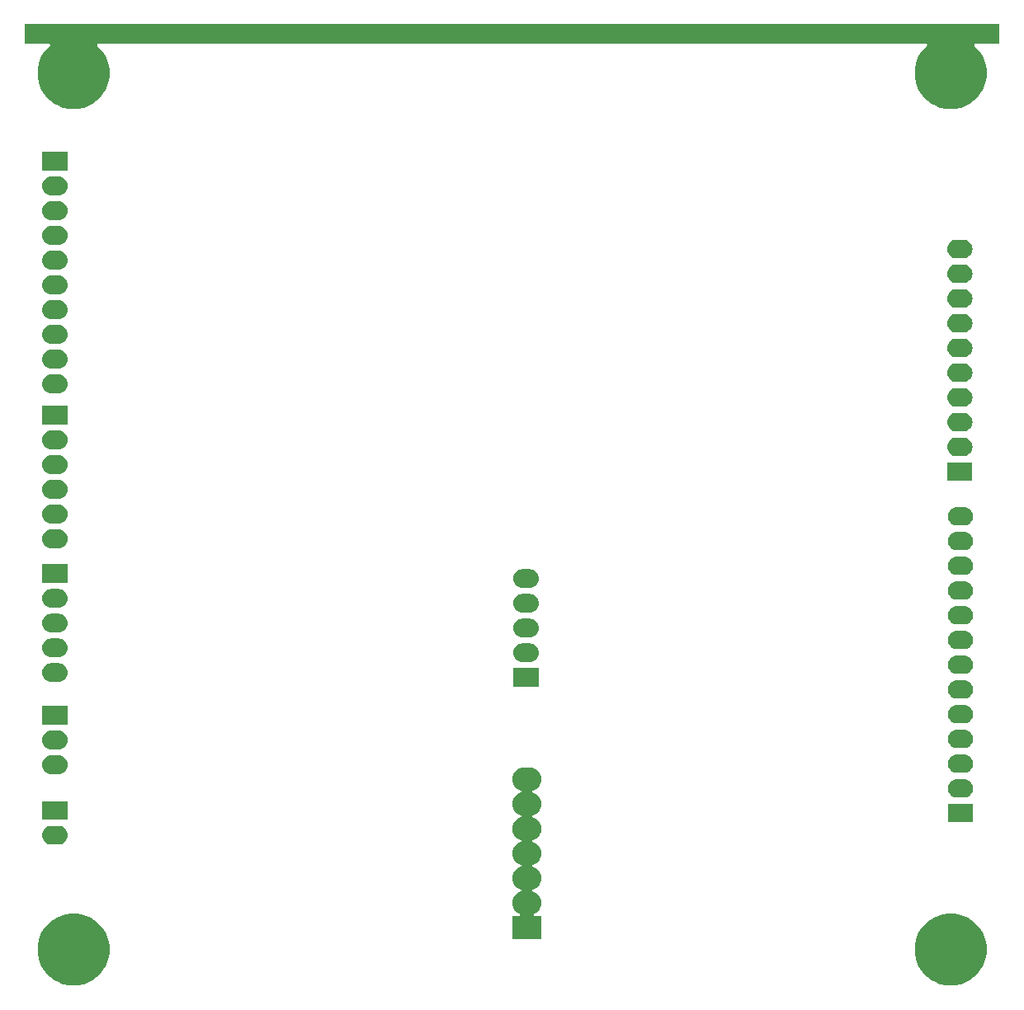
<source format=gbs>
%TF.GenerationSoftware,KiCad,Pcbnew,(5.1.5)-3*%
%TF.CreationDate,2020-07-23T08:34:40+02:00*%
%TF.ProjectId,Alexandrie,416c6578-616e-4647-9269-652e6b696361,rev?*%
%TF.SameCoordinates,Original*%
%TF.FileFunction,Soldermask,Bot*%
%TF.FilePolarity,Negative*%
%FSLAX46Y46*%
G04 Gerber Fmt 4.6, Leading zero omitted, Abs format (unit mm)*
G04 Created by KiCad (PCBNEW (5.1.5)-3) date 2020-07-23 08:34:40*
%MOMM*%
%LPD*%
G04 APERTURE LIST*
%ADD10C,0.100000*%
G04 APERTURE END LIST*
D10*
G36*
X185079249Y-134442188D02*
G01*
X185752606Y-134721101D01*
X185752607Y-134721102D01*
X186358613Y-135126022D01*
X186873978Y-135641387D01*
X187144537Y-136046308D01*
X187278899Y-136247394D01*
X187557812Y-136920751D01*
X187700000Y-137635580D01*
X187700000Y-138364420D01*
X187557812Y-139079249D01*
X187278899Y-139752606D01*
X187278898Y-139752607D01*
X186873978Y-140358613D01*
X186358613Y-140873978D01*
X185953692Y-141144537D01*
X185752606Y-141278899D01*
X185079249Y-141557812D01*
X184364420Y-141700000D01*
X183635580Y-141700000D01*
X182920751Y-141557812D01*
X182247394Y-141278899D01*
X182046308Y-141144537D01*
X181641387Y-140873978D01*
X181126022Y-140358613D01*
X180721102Y-139752607D01*
X180721101Y-139752606D01*
X180442188Y-139079249D01*
X180300000Y-138364420D01*
X180300000Y-137635580D01*
X180442188Y-136920751D01*
X180721101Y-136247394D01*
X180855463Y-136046308D01*
X181126022Y-135641387D01*
X181641387Y-135126022D01*
X182247393Y-134721102D01*
X182247394Y-134721101D01*
X182920751Y-134442188D01*
X183635580Y-134300000D01*
X184364420Y-134300000D01*
X185079249Y-134442188D01*
G37*
G36*
X95079249Y-134442188D02*
G01*
X95752606Y-134721101D01*
X95752607Y-134721102D01*
X96358613Y-135126022D01*
X96873978Y-135641387D01*
X97144537Y-136046308D01*
X97278899Y-136247394D01*
X97557812Y-136920751D01*
X97700000Y-137635580D01*
X97700000Y-138364420D01*
X97557812Y-139079249D01*
X97278899Y-139752606D01*
X97278898Y-139752607D01*
X96873978Y-140358613D01*
X96358613Y-140873978D01*
X95953692Y-141144537D01*
X95752606Y-141278899D01*
X95079249Y-141557812D01*
X94364420Y-141700000D01*
X93635580Y-141700000D01*
X92920751Y-141557812D01*
X92247394Y-141278899D01*
X92046308Y-141144537D01*
X91641387Y-140873978D01*
X91126022Y-140358613D01*
X90721102Y-139752607D01*
X90721101Y-139752606D01*
X90442188Y-139079249D01*
X90300000Y-138364420D01*
X90300000Y-137635580D01*
X90442188Y-136920751D01*
X90721101Y-136247394D01*
X90855463Y-136046308D01*
X91126022Y-135641387D01*
X91641387Y-135126022D01*
X92247393Y-134721102D01*
X92247394Y-134721101D01*
X92920751Y-134442188D01*
X93635580Y-134300000D01*
X94364420Y-134300000D01*
X95079249Y-134442188D01*
G37*
G36*
X140917714Y-119315788D02*
G01*
X141035241Y-119327363D01*
X141261442Y-119395981D01*
X141261445Y-119395982D01*
X141469910Y-119507408D01*
X141652634Y-119657366D01*
X141802592Y-119840090D01*
X141914018Y-120048555D01*
X141914019Y-120048558D01*
X141982637Y-120274759D01*
X142005806Y-120510000D01*
X141982637Y-120745241D01*
X141931760Y-120912957D01*
X141914018Y-120971445D01*
X141802592Y-121179910D01*
X141652634Y-121362634D01*
X141469910Y-121512592D01*
X141261445Y-121624018D01*
X141261442Y-121624019D01*
X141141563Y-121660384D01*
X141118927Y-121669761D01*
X141098552Y-121683374D01*
X141081225Y-121700701D01*
X141067612Y-121721076D01*
X141058234Y-121743715D01*
X141053454Y-121767748D01*
X141053454Y-121792252D01*
X141058234Y-121816285D01*
X141067612Y-121838924D01*
X141081225Y-121859299D01*
X141098552Y-121876626D01*
X141118927Y-121890239D01*
X141141563Y-121899616D01*
X141261442Y-121935981D01*
X141261445Y-121935982D01*
X141469910Y-122047408D01*
X141652634Y-122197366D01*
X141802592Y-122380090D01*
X141914018Y-122588555D01*
X141914019Y-122588558D01*
X141982637Y-122814759D01*
X142005806Y-123050000D01*
X141982637Y-123285241D01*
X141914019Y-123511442D01*
X141914018Y-123511445D01*
X141802592Y-123719910D01*
X141652634Y-123902634D01*
X141469910Y-124052592D01*
X141261445Y-124164018D01*
X141261442Y-124164019D01*
X141141563Y-124200384D01*
X141118927Y-124209761D01*
X141098552Y-124223374D01*
X141081225Y-124240701D01*
X141067612Y-124261076D01*
X141058234Y-124283715D01*
X141053454Y-124307748D01*
X141053454Y-124332252D01*
X141058234Y-124356285D01*
X141067612Y-124378924D01*
X141081225Y-124399299D01*
X141098552Y-124416626D01*
X141118927Y-124430239D01*
X141141563Y-124439616D01*
X141261442Y-124475981D01*
X141261445Y-124475982D01*
X141469910Y-124587408D01*
X141652634Y-124737366D01*
X141802592Y-124920090D01*
X141914018Y-125128555D01*
X141914019Y-125128558D01*
X141982637Y-125354759D01*
X142005806Y-125590000D01*
X141982637Y-125825241D01*
X141959936Y-125900075D01*
X141914018Y-126051445D01*
X141802592Y-126259910D01*
X141652634Y-126442634D01*
X141469910Y-126592592D01*
X141261445Y-126704018D01*
X141261442Y-126704019D01*
X141141563Y-126740384D01*
X141118927Y-126749761D01*
X141098552Y-126763374D01*
X141081225Y-126780701D01*
X141067612Y-126801076D01*
X141058234Y-126823715D01*
X141053454Y-126847748D01*
X141053454Y-126872252D01*
X141058234Y-126896285D01*
X141067612Y-126918924D01*
X141081225Y-126939299D01*
X141098552Y-126956626D01*
X141118927Y-126970239D01*
X141141563Y-126979616D01*
X141261442Y-127015981D01*
X141261445Y-127015982D01*
X141469910Y-127127408D01*
X141652634Y-127277366D01*
X141802592Y-127460090D01*
X141914018Y-127668555D01*
X141914019Y-127668558D01*
X141982637Y-127894759D01*
X142005806Y-128130000D01*
X141982637Y-128365241D01*
X141914019Y-128591442D01*
X141914018Y-128591445D01*
X141802592Y-128799910D01*
X141652634Y-128982634D01*
X141469910Y-129132592D01*
X141261445Y-129244018D01*
X141261442Y-129244019D01*
X141141563Y-129280384D01*
X141118927Y-129289761D01*
X141098552Y-129303374D01*
X141081225Y-129320701D01*
X141067612Y-129341076D01*
X141058234Y-129363715D01*
X141053454Y-129387748D01*
X141053454Y-129412252D01*
X141058234Y-129436285D01*
X141067612Y-129458924D01*
X141081225Y-129479299D01*
X141098552Y-129496626D01*
X141118927Y-129510239D01*
X141141563Y-129519616D01*
X141261442Y-129555981D01*
X141261445Y-129555982D01*
X141469910Y-129667408D01*
X141652634Y-129817366D01*
X141802592Y-130000090D01*
X141914018Y-130208555D01*
X141914019Y-130208558D01*
X141982637Y-130434759D01*
X142005806Y-130670000D01*
X141982637Y-130905241D01*
X141914019Y-131131442D01*
X141914018Y-131131445D01*
X141802592Y-131339910D01*
X141652634Y-131522634D01*
X141469910Y-131672592D01*
X141261445Y-131784018D01*
X141261442Y-131784019D01*
X141141563Y-131820384D01*
X141118927Y-131829761D01*
X141098552Y-131843374D01*
X141081225Y-131860701D01*
X141067612Y-131881076D01*
X141058234Y-131903715D01*
X141053454Y-131927748D01*
X141053454Y-131952252D01*
X141058234Y-131976285D01*
X141067612Y-131998924D01*
X141081225Y-132019299D01*
X141098552Y-132036626D01*
X141118927Y-132050239D01*
X141141563Y-132059616D01*
X141261442Y-132095981D01*
X141261445Y-132095982D01*
X141469910Y-132207408D01*
X141652634Y-132357366D01*
X141802592Y-132540090D01*
X141914018Y-132748555D01*
X141914019Y-132748558D01*
X141982637Y-132974759D01*
X142005806Y-133210000D01*
X141982637Y-133445241D01*
X141914019Y-133671442D01*
X141914018Y-133671445D01*
X141802592Y-133879910D01*
X141652634Y-134062634D01*
X141469910Y-134212592D01*
X141278762Y-134314762D01*
X141258388Y-134328375D01*
X141241061Y-134345702D01*
X141227447Y-134366077D01*
X141218069Y-134388715D01*
X141213289Y-134412749D01*
X141213289Y-134437253D01*
X141218069Y-134461286D01*
X141227447Y-134483925D01*
X141241060Y-134504299D01*
X141258387Y-134521626D01*
X141278762Y-134535240D01*
X141301400Y-134544618D01*
X141325434Y-134549398D01*
X141337686Y-134550000D01*
X142000000Y-134550000D01*
X142000000Y-136950000D01*
X139000000Y-136950000D01*
X139000000Y-134550000D01*
X139662314Y-134550000D01*
X139686700Y-134547598D01*
X139710149Y-134540485D01*
X139731760Y-134528934D01*
X139750702Y-134513389D01*
X139766247Y-134494447D01*
X139777798Y-134472836D01*
X139784911Y-134449387D01*
X139787313Y-134425001D01*
X139784911Y-134400615D01*
X139777798Y-134377166D01*
X139766247Y-134355555D01*
X139750702Y-134336613D01*
X139731760Y-134321068D01*
X139721238Y-134314762D01*
X139530090Y-134212592D01*
X139347366Y-134062634D01*
X139197408Y-133879910D01*
X139085982Y-133671445D01*
X139085981Y-133671442D01*
X139017363Y-133445241D01*
X138994194Y-133210000D01*
X139017363Y-132974759D01*
X139085981Y-132748558D01*
X139085982Y-132748555D01*
X139197408Y-132540090D01*
X139347366Y-132357366D01*
X139530090Y-132207408D01*
X139738555Y-132095982D01*
X139738558Y-132095981D01*
X139858437Y-132059616D01*
X139881073Y-132050239D01*
X139901448Y-132036626D01*
X139918775Y-132019299D01*
X139932388Y-131998924D01*
X139941766Y-131976285D01*
X139946546Y-131952252D01*
X139946546Y-131927748D01*
X139941766Y-131903715D01*
X139932388Y-131881076D01*
X139918775Y-131860701D01*
X139901448Y-131843374D01*
X139881073Y-131829761D01*
X139858437Y-131820384D01*
X139738558Y-131784019D01*
X139738555Y-131784018D01*
X139530090Y-131672592D01*
X139347366Y-131522634D01*
X139197408Y-131339910D01*
X139085982Y-131131445D01*
X139085981Y-131131442D01*
X139017363Y-130905241D01*
X138994194Y-130670000D01*
X139017363Y-130434759D01*
X139085981Y-130208558D01*
X139085982Y-130208555D01*
X139197408Y-130000090D01*
X139347366Y-129817366D01*
X139530090Y-129667408D01*
X139738555Y-129555982D01*
X139738558Y-129555981D01*
X139858437Y-129519616D01*
X139881073Y-129510239D01*
X139901448Y-129496626D01*
X139918775Y-129479299D01*
X139932388Y-129458924D01*
X139941766Y-129436285D01*
X139946546Y-129412252D01*
X139946546Y-129387748D01*
X139941766Y-129363715D01*
X139932388Y-129341076D01*
X139918775Y-129320701D01*
X139901448Y-129303374D01*
X139881073Y-129289761D01*
X139858437Y-129280384D01*
X139738558Y-129244019D01*
X139738555Y-129244018D01*
X139530090Y-129132592D01*
X139347366Y-128982634D01*
X139197408Y-128799910D01*
X139085982Y-128591445D01*
X139085981Y-128591442D01*
X139017363Y-128365241D01*
X138994194Y-128130000D01*
X139017363Y-127894759D01*
X139085981Y-127668558D01*
X139085982Y-127668555D01*
X139197408Y-127460090D01*
X139347366Y-127277366D01*
X139530090Y-127127408D01*
X139738555Y-127015982D01*
X139738558Y-127015981D01*
X139858437Y-126979616D01*
X139881073Y-126970239D01*
X139901448Y-126956626D01*
X139918775Y-126939299D01*
X139932388Y-126918924D01*
X139941766Y-126896285D01*
X139946546Y-126872252D01*
X139946546Y-126847748D01*
X139941766Y-126823715D01*
X139932388Y-126801076D01*
X139918775Y-126780701D01*
X139901448Y-126763374D01*
X139881073Y-126749761D01*
X139858437Y-126740384D01*
X139738558Y-126704019D01*
X139738555Y-126704018D01*
X139530090Y-126592592D01*
X139347366Y-126442634D01*
X139197408Y-126259910D01*
X139085982Y-126051445D01*
X139040064Y-125900075D01*
X139017363Y-125825241D01*
X138994194Y-125590000D01*
X139017363Y-125354759D01*
X139085981Y-125128558D01*
X139085982Y-125128555D01*
X139197408Y-124920090D01*
X139347366Y-124737366D01*
X139530090Y-124587408D01*
X139738555Y-124475982D01*
X139738558Y-124475981D01*
X139858437Y-124439616D01*
X139881073Y-124430239D01*
X139901448Y-124416626D01*
X139918775Y-124399299D01*
X139932388Y-124378924D01*
X139941766Y-124356285D01*
X139946546Y-124332252D01*
X139946546Y-124307748D01*
X139941766Y-124283715D01*
X139932388Y-124261076D01*
X139918775Y-124240701D01*
X139901448Y-124223374D01*
X139881073Y-124209761D01*
X139858437Y-124200384D01*
X139738558Y-124164019D01*
X139738555Y-124164018D01*
X139530090Y-124052592D01*
X139347366Y-123902634D01*
X139197408Y-123719910D01*
X139085982Y-123511445D01*
X139085981Y-123511442D01*
X139017363Y-123285241D01*
X138994194Y-123050000D01*
X139017363Y-122814759D01*
X139085981Y-122588558D01*
X139085982Y-122588555D01*
X139197408Y-122380090D01*
X139347366Y-122197366D01*
X139530090Y-122047408D01*
X139738555Y-121935982D01*
X139738558Y-121935981D01*
X139858437Y-121899616D01*
X139881073Y-121890239D01*
X139901448Y-121876626D01*
X139918775Y-121859299D01*
X139932388Y-121838924D01*
X139941766Y-121816285D01*
X139946546Y-121792252D01*
X139946546Y-121767748D01*
X139941766Y-121743715D01*
X139932388Y-121721076D01*
X139918775Y-121700701D01*
X139901448Y-121683374D01*
X139881073Y-121669761D01*
X139858437Y-121660384D01*
X139738558Y-121624019D01*
X139738555Y-121624018D01*
X139530090Y-121512592D01*
X139347366Y-121362634D01*
X139197408Y-121179910D01*
X139085982Y-120971445D01*
X139068240Y-120912957D01*
X139017363Y-120745241D01*
X138994194Y-120510000D01*
X139017363Y-120274759D01*
X139085981Y-120048558D01*
X139085982Y-120048555D01*
X139197408Y-119840090D01*
X139347366Y-119657366D01*
X139530090Y-119507408D01*
X139738555Y-119395982D01*
X139738558Y-119395981D01*
X139964759Y-119327363D01*
X140082286Y-119315788D01*
X140141049Y-119310000D01*
X140858951Y-119310000D01*
X140917714Y-119315788D01*
G37*
G36*
X92601333Y-125321919D02*
G01*
X92782675Y-125376929D01*
X92949793Y-125466256D01*
X93096278Y-125586472D01*
X93216494Y-125732957D01*
X93305821Y-125900075D01*
X93360831Y-126081417D01*
X93379404Y-126270000D01*
X93360831Y-126458583D01*
X93305821Y-126639925D01*
X93216494Y-126807043D01*
X93096278Y-126953528D01*
X92949793Y-127073744D01*
X92782675Y-127163071D01*
X92601333Y-127218081D01*
X92460007Y-127232000D01*
X91692393Y-127232000D01*
X91551067Y-127218081D01*
X91369725Y-127163071D01*
X91202607Y-127073744D01*
X91056122Y-126953528D01*
X90935906Y-126807043D01*
X90846579Y-126639925D01*
X90791569Y-126458583D01*
X90772996Y-126270000D01*
X90791569Y-126081417D01*
X90846579Y-125900075D01*
X90935906Y-125732957D01*
X91056122Y-125586472D01*
X91202607Y-125466256D01*
X91369725Y-125376929D01*
X91551067Y-125321919D01*
X91692393Y-125308000D01*
X92460007Y-125308000D01*
X92601333Y-125321919D01*
G37*
G36*
X186298550Y-124952000D02*
G01*
X183701450Y-124952000D01*
X183701450Y-123028000D01*
X186298550Y-123028000D01*
X186298550Y-124952000D01*
G37*
G36*
X93374750Y-124692000D02*
G01*
X90777650Y-124692000D01*
X90777650Y-122768000D01*
X93374750Y-122768000D01*
X93374750Y-124692000D01*
G37*
G36*
X185525133Y-120501919D02*
G01*
X185706475Y-120556929D01*
X185873593Y-120646256D01*
X186020078Y-120766472D01*
X186140294Y-120912957D01*
X186229621Y-121080075D01*
X186284631Y-121261417D01*
X186303204Y-121450000D01*
X186284631Y-121638583D01*
X186229621Y-121819925D01*
X186140294Y-121987043D01*
X186020078Y-122133528D01*
X185873593Y-122253744D01*
X185706475Y-122343071D01*
X185525133Y-122398081D01*
X185383807Y-122412000D01*
X184616193Y-122412000D01*
X184474867Y-122398081D01*
X184293525Y-122343071D01*
X184126407Y-122253744D01*
X183979922Y-122133528D01*
X183859706Y-121987043D01*
X183770379Y-121819925D01*
X183715369Y-121638583D01*
X183696796Y-121450000D01*
X183715369Y-121261417D01*
X183770379Y-121080075D01*
X183859706Y-120912957D01*
X183979922Y-120766472D01*
X184126407Y-120646256D01*
X184293525Y-120556929D01*
X184474867Y-120501919D01*
X184616193Y-120488000D01*
X185383807Y-120488000D01*
X185525133Y-120501919D01*
G37*
G36*
X92601333Y-118091919D02*
G01*
X92782675Y-118146929D01*
X92949793Y-118236256D01*
X93096278Y-118356472D01*
X93216494Y-118502957D01*
X93305821Y-118670075D01*
X93360831Y-118851417D01*
X93379404Y-119040000D01*
X93360831Y-119228583D01*
X93305821Y-119409925D01*
X93216494Y-119577043D01*
X93096278Y-119723528D01*
X92949793Y-119843744D01*
X92782675Y-119933071D01*
X92601333Y-119988081D01*
X92460007Y-120002000D01*
X91692393Y-120002000D01*
X91551067Y-119988081D01*
X91369725Y-119933071D01*
X91202607Y-119843744D01*
X91056122Y-119723528D01*
X90935906Y-119577043D01*
X90846579Y-119409925D01*
X90791569Y-119228583D01*
X90772996Y-119040000D01*
X90791569Y-118851417D01*
X90846579Y-118670075D01*
X90935906Y-118502957D01*
X91056122Y-118356472D01*
X91202607Y-118236256D01*
X91369725Y-118146929D01*
X91551067Y-118091919D01*
X91692393Y-118078000D01*
X92460007Y-118078000D01*
X92601333Y-118091919D01*
G37*
G36*
X185525133Y-117961919D02*
G01*
X185706475Y-118016929D01*
X185873593Y-118106256D01*
X186020078Y-118226472D01*
X186140294Y-118372957D01*
X186229621Y-118540075D01*
X186284631Y-118721417D01*
X186303204Y-118910000D01*
X186284631Y-119098583D01*
X186229621Y-119279925D01*
X186140294Y-119447043D01*
X186020078Y-119593528D01*
X185873593Y-119713744D01*
X185706475Y-119803071D01*
X185525133Y-119858081D01*
X185383807Y-119872000D01*
X184616193Y-119872000D01*
X184474867Y-119858081D01*
X184293525Y-119803071D01*
X184126407Y-119713744D01*
X183979922Y-119593528D01*
X183859706Y-119447043D01*
X183770379Y-119279925D01*
X183715369Y-119098583D01*
X183696796Y-118910000D01*
X183715369Y-118721417D01*
X183770379Y-118540075D01*
X183859706Y-118372957D01*
X183979922Y-118226472D01*
X184126407Y-118106256D01*
X184293525Y-118016929D01*
X184474867Y-117961919D01*
X184616193Y-117948000D01*
X185383807Y-117948000D01*
X185525133Y-117961919D01*
G37*
G36*
X92601333Y-115551919D02*
G01*
X92782675Y-115606929D01*
X92949793Y-115696256D01*
X93096278Y-115816472D01*
X93216494Y-115962957D01*
X93305821Y-116130075D01*
X93360831Y-116311417D01*
X93379404Y-116500000D01*
X93360831Y-116688583D01*
X93305821Y-116869925D01*
X93216494Y-117037043D01*
X93096278Y-117183528D01*
X92949793Y-117303744D01*
X92782675Y-117393071D01*
X92601333Y-117448081D01*
X92460007Y-117462000D01*
X91692393Y-117462000D01*
X91551067Y-117448081D01*
X91369725Y-117393071D01*
X91202607Y-117303744D01*
X91056122Y-117183528D01*
X90935906Y-117037043D01*
X90846579Y-116869925D01*
X90791569Y-116688583D01*
X90772996Y-116500000D01*
X90791569Y-116311417D01*
X90846579Y-116130075D01*
X90935906Y-115962957D01*
X91056122Y-115816472D01*
X91202607Y-115696256D01*
X91369725Y-115606929D01*
X91551067Y-115551919D01*
X91692393Y-115538000D01*
X92460007Y-115538000D01*
X92601333Y-115551919D01*
G37*
G36*
X185525133Y-115421919D02*
G01*
X185706475Y-115476929D01*
X185873593Y-115566256D01*
X186020078Y-115686472D01*
X186140294Y-115832957D01*
X186229621Y-116000075D01*
X186284631Y-116181417D01*
X186303204Y-116370000D01*
X186284631Y-116558583D01*
X186229621Y-116739925D01*
X186140294Y-116907043D01*
X186020078Y-117053528D01*
X185873593Y-117173744D01*
X185706475Y-117263071D01*
X185525133Y-117318081D01*
X185383807Y-117332000D01*
X184616193Y-117332000D01*
X184474867Y-117318081D01*
X184293525Y-117263071D01*
X184126407Y-117173744D01*
X183979922Y-117053528D01*
X183859706Y-116907043D01*
X183770379Y-116739925D01*
X183715369Y-116558583D01*
X183696796Y-116370000D01*
X183715369Y-116181417D01*
X183770379Y-116000075D01*
X183859706Y-115832957D01*
X183979922Y-115686472D01*
X184126407Y-115566256D01*
X184293525Y-115476929D01*
X184474867Y-115421919D01*
X184616193Y-115408000D01*
X185383807Y-115408000D01*
X185525133Y-115421919D01*
G37*
G36*
X93374750Y-114922000D02*
G01*
X90777650Y-114922000D01*
X90777650Y-112998000D01*
X93374750Y-112998000D01*
X93374750Y-114922000D01*
G37*
G36*
X185525133Y-112881919D02*
G01*
X185706475Y-112936929D01*
X185873593Y-113026256D01*
X186020078Y-113146472D01*
X186140294Y-113292957D01*
X186229621Y-113460075D01*
X186284631Y-113641417D01*
X186303204Y-113830000D01*
X186284631Y-114018583D01*
X186229621Y-114199925D01*
X186140294Y-114367043D01*
X186020078Y-114513528D01*
X185873593Y-114633744D01*
X185706475Y-114723071D01*
X185525133Y-114778081D01*
X185383807Y-114792000D01*
X184616193Y-114792000D01*
X184474867Y-114778081D01*
X184293525Y-114723071D01*
X184126407Y-114633744D01*
X183979922Y-114513528D01*
X183859706Y-114367043D01*
X183770379Y-114199925D01*
X183715369Y-114018583D01*
X183696796Y-113830000D01*
X183715369Y-113641417D01*
X183770379Y-113460075D01*
X183859706Y-113292957D01*
X183979922Y-113146472D01*
X184126407Y-113026256D01*
X184293525Y-112936929D01*
X184474867Y-112881919D01*
X184616193Y-112868000D01*
X185383807Y-112868000D01*
X185525133Y-112881919D01*
G37*
G36*
X185525133Y-110341919D02*
G01*
X185706475Y-110396929D01*
X185873593Y-110486256D01*
X186020078Y-110606472D01*
X186140294Y-110752957D01*
X186229621Y-110920075D01*
X186284631Y-111101417D01*
X186303204Y-111290000D01*
X186284631Y-111478583D01*
X186229621Y-111659925D01*
X186140294Y-111827043D01*
X186020078Y-111973528D01*
X185873593Y-112093744D01*
X185706475Y-112183071D01*
X185525133Y-112238081D01*
X185383807Y-112252000D01*
X184616193Y-112252000D01*
X184474867Y-112238081D01*
X184293525Y-112183071D01*
X184126407Y-112093744D01*
X183979922Y-111973528D01*
X183859706Y-111827043D01*
X183770379Y-111659925D01*
X183715369Y-111478583D01*
X183696796Y-111290000D01*
X183715369Y-111101417D01*
X183770379Y-110920075D01*
X183859706Y-110752957D01*
X183979922Y-110606472D01*
X184126407Y-110486256D01*
X184293525Y-110396929D01*
X184474867Y-110341919D01*
X184616193Y-110328000D01*
X185383807Y-110328000D01*
X185525133Y-110341919D01*
G37*
G36*
X141722350Y-111042000D02*
G01*
X139125250Y-111042000D01*
X139125250Y-109118000D01*
X141722350Y-109118000D01*
X141722350Y-111042000D01*
G37*
G36*
X92601333Y-108631919D02*
G01*
X92782675Y-108686929D01*
X92949793Y-108776256D01*
X93096278Y-108896472D01*
X93216494Y-109042957D01*
X93305821Y-109210075D01*
X93360831Y-109391417D01*
X93379404Y-109580000D01*
X93360831Y-109768583D01*
X93305821Y-109949925D01*
X93216494Y-110117043D01*
X93096278Y-110263528D01*
X92949793Y-110383744D01*
X92782675Y-110473071D01*
X92601333Y-110528081D01*
X92460007Y-110542000D01*
X91692393Y-110542000D01*
X91551067Y-110528081D01*
X91369725Y-110473071D01*
X91202607Y-110383744D01*
X91056122Y-110263528D01*
X90935906Y-110117043D01*
X90846579Y-109949925D01*
X90791569Y-109768583D01*
X90772996Y-109580000D01*
X90791569Y-109391417D01*
X90846579Y-109210075D01*
X90935906Y-109042957D01*
X91056122Y-108896472D01*
X91202607Y-108776256D01*
X91369725Y-108686929D01*
X91551067Y-108631919D01*
X91692393Y-108618000D01*
X92460007Y-108618000D01*
X92601333Y-108631919D01*
G37*
G36*
X185525133Y-107801919D02*
G01*
X185706475Y-107856929D01*
X185873593Y-107946256D01*
X186020078Y-108066472D01*
X186140294Y-108212957D01*
X186229621Y-108380075D01*
X186284631Y-108561417D01*
X186303204Y-108750000D01*
X186284631Y-108938583D01*
X186229621Y-109119925D01*
X186140294Y-109287043D01*
X186020078Y-109433528D01*
X185873593Y-109553744D01*
X185706475Y-109643071D01*
X185525133Y-109698081D01*
X185383807Y-109712000D01*
X184616193Y-109712000D01*
X184474867Y-109698081D01*
X184293525Y-109643071D01*
X184126407Y-109553744D01*
X183979922Y-109433528D01*
X183859706Y-109287043D01*
X183770379Y-109119925D01*
X183715369Y-108938583D01*
X183696796Y-108750000D01*
X183715369Y-108561417D01*
X183770379Y-108380075D01*
X183859706Y-108212957D01*
X183979922Y-108066472D01*
X184126407Y-107946256D01*
X184293525Y-107856929D01*
X184474867Y-107801919D01*
X184616193Y-107788000D01*
X185383807Y-107788000D01*
X185525133Y-107801919D01*
G37*
G36*
X140948933Y-106591919D02*
G01*
X141130275Y-106646929D01*
X141297393Y-106736256D01*
X141443878Y-106856472D01*
X141564094Y-107002957D01*
X141653421Y-107170075D01*
X141708431Y-107351417D01*
X141727004Y-107540000D01*
X141708431Y-107728583D01*
X141653421Y-107909925D01*
X141564094Y-108077043D01*
X141443878Y-108223528D01*
X141297393Y-108343744D01*
X141130275Y-108433071D01*
X140948933Y-108488081D01*
X140807607Y-108502000D01*
X140039993Y-108502000D01*
X139898667Y-108488081D01*
X139717325Y-108433071D01*
X139550207Y-108343744D01*
X139403722Y-108223528D01*
X139283506Y-108077043D01*
X139194179Y-107909925D01*
X139139169Y-107728583D01*
X139120596Y-107540000D01*
X139139169Y-107351417D01*
X139194179Y-107170075D01*
X139283506Y-107002957D01*
X139403722Y-106856472D01*
X139550207Y-106736256D01*
X139717325Y-106646929D01*
X139898667Y-106591919D01*
X140039993Y-106578000D01*
X140807607Y-106578000D01*
X140948933Y-106591919D01*
G37*
G36*
X92601333Y-106091919D02*
G01*
X92782675Y-106146929D01*
X92949793Y-106236256D01*
X93096278Y-106356472D01*
X93216494Y-106502957D01*
X93305821Y-106670075D01*
X93360831Y-106851417D01*
X93379404Y-107040000D01*
X93360831Y-107228583D01*
X93305821Y-107409925D01*
X93216494Y-107577043D01*
X93096278Y-107723528D01*
X92949793Y-107843744D01*
X92782675Y-107933071D01*
X92601333Y-107988081D01*
X92460007Y-108002000D01*
X91692393Y-108002000D01*
X91551067Y-107988081D01*
X91369725Y-107933071D01*
X91202607Y-107843744D01*
X91056122Y-107723528D01*
X90935906Y-107577043D01*
X90846579Y-107409925D01*
X90791569Y-107228583D01*
X90772996Y-107040000D01*
X90791569Y-106851417D01*
X90846579Y-106670075D01*
X90935906Y-106502957D01*
X91056122Y-106356472D01*
X91202607Y-106236256D01*
X91369725Y-106146929D01*
X91551067Y-106091919D01*
X91692393Y-106078000D01*
X92460007Y-106078000D01*
X92601333Y-106091919D01*
G37*
G36*
X185525133Y-105261919D02*
G01*
X185706475Y-105316929D01*
X185873593Y-105406256D01*
X186020078Y-105526472D01*
X186140294Y-105672957D01*
X186229621Y-105840075D01*
X186284631Y-106021417D01*
X186303204Y-106210000D01*
X186284631Y-106398583D01*
X186229621Y-106579925D01*
X186140294Y-106747043D01*
X186020078Y-106893528D01*
X185873593Y-107013744D01*
X185706475Y-107103071D01*
X185525133Y-107158081D01*
X185383807Y-107172000D01*
X184616193Y-107172000D01*
X184474867Y-107158081D01*
X184293525Y-107103071D01*
X184126407Y-107013744D01*
X183979922Y-106893528D01*
X183859706Y-106747043D01*
X183770379Y-106579925D01*
X183715369Y-106398583D01*
X183696796Y-106210000D01*
X183715369Y-106021417D01*
X183770379Y-105840075D01*
X183859706Y-105672957D01*
X183979922Y-105526472D01*
X184126407Y-105406256D01*
X184293525Y-105316929D01*
X184474867Y-105261919D01*
X184616193Y-105248000D01*
X185383807Y-105248000D01*
X185525133Y-105261919D01*
G37*
G36*
X140948933Y-104051919D02*
G01*
X141130275Y-104106929D01*
X141297393Y-104196256D01*
X141443878Y-104316472D01*
X141564094Y-104462957D01*
X141653421Y-104630075D01*
X141708431Y-104811417D01*
X141727004Y-105000000D01*
X141708431Y-105188583D01*
X141653421Y-105369925D01*
X141564094Y-105537043D01*
X141443878Y-105683528D01*
X141297393Y-105803744D01*
X141130275Y-105893071D01*
X140948933Y-105948081D01*
X140807607Y-105962000D01*
X140039993Y-105962000D01*
X139898667Y-105948081D01*
X139717325Y-105893071D01*
X139550207Y-105803744D01*
X139403722Y-105683528D01*
X139283506Y-105537043D01*
X139194179Y-105369925D01*
X139139169Y-105188583D01*
X139120596Y-105000000D01*
X139139169Y-104811417D01*
X139194179Y-104630075D01*
X139283506Y-104462957D01*
X139403722Y-104316472D01*
X139550207Y-104196256D01*
X139717325Y-104106929D01*
X139898667Y-104051919D01*
X140039993Y-104038000D01*
X140807607Y-104038000D01*
X140948933Y-104051919D01*
G37*
G36*
X92601333Y-103551919D02*
G01*
X92782675Y-103606929D01*
X92949793Y-103696256D01*
X93096278Y-103816472D01*
X93216494Y-103962957D01*
X93305821Y-104130075D01*
X93360831Y-104311417D01*
X93379404Y-104500000D01*
X93360831Y-104688583D01*
X93305821Y-104869925D01*
X93216494Y-105037043D01*
X93096278Y-105183528D01*
X92949793Y-105303744D01*
X92782675Y-105393071D01*
X92601333Y-105448081D01*
X92460007Y-105462000D01*
X91692393Y-105462000D01*
X91551067Y-105448081D01*
X91369725Y-105393071D01*
X91202607Y-105303744D01*
X91056122Y-105183528D01*
X90935906Y-105037043D01*
X90846579Y-104869925D01*
X90791569Y-104688583D01*
X90772996Y-104500000D01*
X90791569Y-104311417D01*
X90846579Y-104130075D01*
X90935906Y-103962957D01*
X91056122Y-103816472D01*
X91202607Y-103696256D01*
X91369725Y-103606929D01*
X91551067Y-103551919D01*
X91692393Y-103538000D01*
X92460007Y-103538000D01*
X92601333Y-103551919D01*
G37*
G36*
X185525133Y-102721919D02*
G01*
X185706475Y-102776929D01*
X185873593Y-102866256D01*
X186020078Y-102986472D01*
X186140294Y-103132957D01*
X186229621Y-103300075D01*
X186284631Y-103481417D01*
X186303204Y-103670000D01*
X186284631Y-103858583D01*
X186229621Y-104039925D01*
X186140294Y-104207043D01*
X186020078Y-104353528D01*
X185873593Y-104473744D01*
X185706475Y-104563071D01*
X185525133Y-104618081D01*
X185383807Y-104632000D01*
X184616193Y-104632000D01*
X184474867Y-104618081D01*
X184293525Y-104563071D01*
X184126407Y-104473744D01*
X183979922Y-104353528D01*
X183859706Y-104207043D01*
X183770379Y-104039925D01*
X183715369Y-103858583D01*
X183696796Y-103670000D01*
X183715369Y-103481417D01*
X183770379Y-103300075D01*
X183859706Y-103132957D01*
X183979922Y-102986472D01*
X184126407Y-102866256D01*
X184293525Y-102776929D01*
X184474867Y-102721919D01*
X184616193Y-102708000D01*
X185383807Y-102708000D01*
X185525133Y-102721919D01*
G37*
G36*
X140948933Y-101511919D02*
G01*
X141130275Y-101566929D01*
X141297393Y-101656256D01*
X141443878Y-101776472D01*
X141564094Y-101922957D01*
X141653421Y-102090075D01*
X141708431Y-102271417D01*
X141727004Y-102460000D01*
X141708431Y-102648583D01*
X141653421Y-102829925D01*
X141564094Y-102997043D01*
X141443878Y-103143528D01*
X141297393Y-103263744D01*
X141130275Y-103353071D01*
X140948933Y-103408081D01*
X140807607Y-103422000D01*
X140039993Y-103422000D01*
X139898667Y-103408081D01*
X139717325Y-103353071D01*
X139550207Y-103263744D01*
X139403722Y-103143528D01*
X139283506Y-102997043D01*
X139194179Y-102829925D01*
X139139169Y-102648583D01*
X139120596Y-102460000D01*
X139139169Y-102271417D01*
X139194179Y-102090075D01*
X139283506Y-101922957D01*
X139403722Y-101776472D01*
X139550207Y-101656256D01*
X139717325Y-101566929D01*
X139898667Y-101511919D01*
X140039993Y-101498000D01*
X140807607Y-101498000D01*
X140948933Y-101511919D01*
G37*
G36*
X92601333Y-101011919D02*
G01*
X92782675Y-101066929D01*
X92949793Y-101156256D01*
X93096278Y-101276472D01*
X93216494Y-101422957D01*
X93305821Y-101590075D01*
X93360831Y-101771417D01*
X93379404Y-101960000D01*
X93360831Y-102148583D01*
X93305821Y-102329925D01*
X93216494Y-102497043D01*
X93096278Y-102643528D01*
X92949793Y-102763744D01*
X92782675Y-102853071D01*
X92601333Y-102908081D01*
X92460007Y-102922000D01*
X91692393Y-102922000D01*
X91551067Y-102908081D01*
X91369725Y-102853071D01*
X91202607Y-102763744D01*
X91056122Y-102643528D01*
X90935906Y-102497043D01*
X90846579Y-102329925D01*
X90791569Y-102148583D01*
X90772996Y-101960000D01*
X90791569Y-101771417D01*
X90846579Y-101590075D01*
X90935906Y-101422957D01*
X91056122Y-101276472D01*
X91202607Y-101156256D01*
X91369725Y-101066929D01*
X91551067Y-101011919D01*
X91692393Y-100998000D01*
X92460007Y-100998000D01*
X92601333Y-101011919D01*
G37*
G36*
X185525133Y-100181919D02*
G01*
X185706475Y-100236929D01*
X185873593Y-100326256D01*
X186020078Y-100446472D01*
X186140294Y-100592957D01*
X186229621Y-100760075D01*
X186284631Y-100941417D01*
X186303204Y-101130000D01*
X186284631Y-101318583D01*
X186229621Y-101499925D01*
X186140294Y-101667043D01*
X186020078Y-101813528D01*
X185873593Y-101933744D01*
X185706475Y-102023071D01*
X185525133Y-102078081D01*
X185383807Y-102092000D01*
X184616193Y-102092000D01*
X184474867Y-102078081D01*
X184293525Y-102023071D01*
X184126407Y-101933744D01*
X183979922Y-101813528D01*
X183859706Y-101667043D01*
X183770379Y-101499925D01*
X183715369Y-101318583D01*
X183696796Y-101130000D01*
X183715369Y-100941417D01*
X183770379Y-100760075D01*
X183859706Y-100592957D01*
X183979922Y-100446472D01*
X184126407Y-100326256D01*
X184293525Y-100236929D01*
X184474867Y-100181919D01*
X184616193Y-100168000D01*
X185383807Y-100168000D01*
X185525133Y-100181919D01*
G37*
G36*
X140948933Y-98971919D02*
G01*
X141130275Y-99026929D01*
X141297393Y-99116256D01*
X141443878Y-99236472D01*
X141564094Y-99382957D01*
X141653421Y-99550075D01*
X141708431Y-99731417D01*
X141727004Y-99920000D01*
X141708431Y-100108583D01*
X141653421Y-100289925D01*
X141564094Y-100457043D01*
X141443878Y-100603528D01*
X141297393Y-100723744D01*
X141130275Y-100813071D01*
X140948933Y-100868081D01*
X140807607Y-100882000D01*
X140039993Y-100882000D01*
X139898667Y-100868081D01*
X139717325Y-100813071D01*
X139550207Y-100723744D01*
X139403722Y-100603528D01*
X139283506Y-100457043D01*
X139194179Y-100289925D01*
X139139169Y-100108583D01*
X139120596Y-99920000D01*
X139139169Y-99731417D01*
X139194179Y-99550075D01*
X139283506Y-99382957D01*
X139403722Y-99236472D01*
X139550207Y-99116256D01*
X139717325Y-99026929D01*
X139898667Y-98971919D01*
X140039993Y-98958000D01*
X140807607Y-98958000D01*
X140948933Y-98971919D01*
G37*
G36*
X93374750Y-100382000D02*
G01*
X90777650Y-100382000D01*
X90777650Y-98458000D01*
X93374750Y-98458000D01*
X93374750Y-100382000D01*
G37*
G36*
X185525133Y-97641919D02*
G01*
X185706475Y-97696929D01*
X185873593Y-97786256D01*
X186020078Y-97906472D01*
X186140294Y-98052957D01*
X186229621Y-98220075D01*
X186284631Y-98401417D01*
X186303204Y-98590000D01*
X186284631Y-98778583D01*
X186229621Y-98959925D01*
X186140294Y-99127043D01*
X186020078Y-99273528D01*
X185873593Y-99393744D01*
X185706475Y-99483071D01*
X185525133Y-99538081D01*
X185383807Y-99552000D01*
X184616193Y-99552000D01*
X184474867Y-99538081D01*
X184293525Y-99483071D01*
X184126407Y-99393744D01*
X183979922Y-99273528D01*
X183859706Y-99127043D01*
X183770379Y-98959925D01*
X183715369Y-98778583D01*
X183696796Y-98590000D01*
X183715369Y-98401417D01*
X183770379Y-98220075D01*
X183859706Y-98052957D01*
X183979922Y-97906472D01*
X184126407Y-97786256D01*
X184293525Y-97696929D01*
X184474867Y-97641919D01*
X184616193Y-97628000D01*
X185383807Y-97628000D01*
X185525133Y-97641919D01*
G37*
G36*
X185525133Y-95101919D02*
G01*
X185706475Y-95156929D01*
X185873593Y-95246256D01*
X186020078Y-95366472D01*
X186140294Y-95512957D01*
X186229621Y-95680075D01*
X186284631Y-95861417D01*
X186303204Y-96050000D01*
X186284631Y-96238583D01*
X186229621Y-96419925D01*
X186140294Y-96587043D01*
X186020078Y-96733528D01*
X185873593Y-96853744D01*
X185706475Y-96943071D01*
X185525133Y-96998081D01*
X185383807Y-97012000D01*
X184616193Y-97012000D01*
X184474867Y-96998081D01*
X184293525Y-96943071D01*
X184126407Y-96853744D01*
X183979922Y-96733528D01*
X183859706Y-96587043D01*
X183770379Y-96419925D01*
X183715369Y-96238583D01*
X183696796Y-96050000D01*
X183715369Y-95861417D01*
X183770379Y-95680075D01*
X183859706Y-95512957D01*
X183979922Y-95366472D01*
X184126407Y-95246256D01*
X184293525Y-95156929D01*
X184474867Y-95101919D01*
X184616193Y-95088000D01*
X185383807Y-95088000D01*
X185525133Y-95101919D01*
G37*
G36*
X92601333Y-94901919D02*
G01*
X92782675Y-94956929D01*
X92949793Y-95046256D01*
X93096278Y-95166472D01*
X93216494Y-95312957D01*
X93305821Y-95480075D01*
X93360831Y-95661417D01*
X93379404Y-95850000D01*
X93360831Y-96038583D01*
X93305821Y-96219925D01*
X93216494Y-96387043D01*
X93096278Y-96533528D01*
X92949793Y-96653744D01*
X92782675Y-96743071D01*
X92601333Y-96798081D01*
X92460007Y-96812000D01*
X91692393Y-96812000D01*
X91551067Y-96798081D01*
X91369725Y-96743071D01*
X91202607Y-96653744D01*
X91056122Y-96533528D01*
X90935906Y-96387043D01*
X90846579Y-96219925D01*
X90791569Y-96038583D01*
X90772996Y-95850000D01*
X90791569Y-95661417D01*
X90846579Y-95480075D01*
X90935906Y-95312957D01*
X91056122Y-95166472D01*
X91202607Y-95046256D01*
X91369725Y-94956929D01*
X91551067Y-94901919D01*
X91692393Y-94888000D01*
X92460007Y-94888000D01*
X92601333Y-94901919D01*
G37*
G36*
X185525133Y-92561919D02*
G01*
X185706475Y-92616929D01*
X185873593Y-92706256D01*
X186020078Y-92826472D01*
X186140294Y-92972957D01*
X186229621Y-93140075D01*
X186284631Y-93321417D01*
X186303204Y-93510000D01*
X186284631Y-93698583D01*
X186229621Y-93879925D01*
X186140294Y-94047043D01*
X186020078Y-94193528D01*
X185873593Y-94313744D01*
X185706475Y-94403071D01*
X185525133Y-94458081D01*
X185383807Y-94472000D01*
X184616193Y-94472000D01*
X184474867Y-94458081D01*
X184293525Y-94403071D01*
X184126407Y-94313744D01*
X183979922Y-94193528D01*
X183859706Y-94047043D01*
X183770379Y-93879925D01*
X183715369Y-93698583D01*
X183696796Y-93510000D01*
X183715369Y-93321417D01*
X183770379Y-93140075D01*
X183859706Y-92972957D01*
X183979922Y-92826472D01*
X184126407Y-92706256D01*
X184293525Y-92616929D01*
X184474867Y-92561919D01*
X184616193Y-92548000D01*
X185383807Y-92548000D01*
X185525133Y-92561919D01*
G37*
G36*
X92601333Y-92361919D02*
G01*
X92782675Y-92416929D01*
X92949793Y-92506256D01*
X93096278Y-92626472D01*
X93216494Y-92772957D01*
X93305821Y-92940075D01*
X93360831Y-93121417D01*
X93379404Y-93310000D01*
X93360831Y-93498583D01*
X93305821Y-93679925D01*
X93216494Y-93847043D01*
X93096278Y-93993528D01*
X92949793Y-94113744D01*
X92782675Y-94203071D01*
X92601333Y-94258081D01*
X92460007Y-94272000D01*
X91692393Y-94272000D01*
X91551067Y-94258081D01*
X91369725Y-94203071D01*
X91202607Y-94113744D01*
X91056122Y-93993528D01*
X90935906Y-93847043D01*
X90846579Y-93679925D01*
X90791569Y-93498583D01*
X90772996Y-93310000D01*
X90791569Y-93121417D01*
X90846579Y-92940075D01*
X90935906Y-92772957D01*
X91056122Y-92626472D01*
X91202607Y-92506256D01*
X91369725Y-92416929D01*
X91551067Y-92361919D01*
X91692393Y-92348000D01*
X92460007Y-92348000D01*
X92601333Y-92361919D01*
G37*
G36*
X92601333Y-89821919D02*
G01*
X92782675Y-89876929D01*
X92949793Y-89966256D01*
X93096278Y-90086472D01*
X93216494Y-90232957D01*
X93305821Y-90400075D01*
X93360831Y-90581417D01*
X93379404Y-90770000D01*
X93360831Y-90958583D01*
X93305821Y-91139925D01*
X93216494Y-91307043D01*
X93096278Y-91453528D01*
X92949793Y-91573744D01*
X92782675Y-91663071D01*
X92601333Y-91718081D01*
X92460007Y-91732000D01*
X91692393Y-91732000D01*
X91551067Y-91718081D01*
X91369725Y-91663071D01*
X91202607Y-91573744D01*
X91056122Y-91453528D01*
X90935906Y-91307043D01*
X90846579Y-91139925D01*
X90791569Y-90958583D01*
X90772996Y-90770000D01*
X90791569Y-90581417D01*
X90846579Y-90400075D01*
X90935906Y-90232957D01*
X91056122Y-90086472D01*
X91202607Y-89966256D01*
X91369725Y-89876929D01*
X91551067Y-89821919D01*
X91692393Y-89808000D01*
X92460007Y-89808000D01*
X92601333Y-89821919D01*
G37*
G36*
X186222350Y-89892000D02*
G01*
X183625250Y-89892000D01*
X183625250Y-87968000D01*
X186222350Y-87968000D01*
X186222350Y-89892000D01*
G37*
G36*
X92601333Y-87281919D02*
G01*
X92782675Y-87336929D01*
X92949793Y-87426256D01*
X93096278Y-87546472D01*
X93216494Y-87692957D01*
X93305821Y-87860075D01*
X93360831Y-88041417D01*
X93379404Y-88230000D01*
X93360831Y-88418583D01*
X93305821Y-88599925D01*
X93216494Y-88767043D01*
X93096278Y-88913528D01*
X92949793Y-89033744D01*
X92782675Y-89123071D01*
X92601333Y-89178081D01*
X92460007Y-89192000D01*
X91692393Y-89192000D01*
X91551067Y-89178081D01*
X91369725Y-89123071D01*
X91202607Y-89033744D01*
X91056122Y-88913528D01*
X90935906Y-88767043D01*
X90846579Y-88599925D01*
X90791569Y-88418583D01*
X90772996Y-88230000D01*
X90791569Y-88041417D01*
X90846579Y-87860075D01*
X90935906Y-87692957D01*
X91056122Y-87546472D01*
X91202607Y-87426256D01*
X91369725Y-87336929D01*
X91551067Y-87281919D01*
X91692393Y-87268000D01*
X92460007Y-87268000D01*
X92601333Y-87281919D01*
G37*
G36*
X185448933Y-85441919D02*
G01*
X185630275Y-85496929D01*
X185797393Y-85586256D01*
X185943878Y-85706472D01*
X186064094Y-85852957D01*
X186153421Y-86020075D01*
X186208431Y-86201417D01*
X186227004Y-86390000D01*
X186208431Y-86578583D01*
X186153421Y-86759925D01*
X186064094Y-86927043D01*
X185943878Y-87073528D01*
X185797393Y-87193744D01*
X185630275Y-87283071D01*
X185448933Y-87338081D01*
X185307607Y-87352000D01*
X184539993Y-87352000D01*
X184398667Y-87338081D01*
X184217325Y-87283071D01*
X184050207Y-87193744D01*
X183903722Y-87073528D01*
X183783506Y-86927043D01*
X183694179Y-86759925D01*
X183639169Y-86578583D01*
X183620596Y-86390000D01*
X183639169Y-86201417D01*
X183694179Y-86020075D01*
X183783506Y-85852957D01*
X183903722Y-85706472D01*
X184050207Y-85586256D01*
X184217325Y-85496929D01*
X184398667Y-85441919D01*
X184539993Y-85428000D01*
X185307607Y-85428000D01*
X185448933Y-85441919D01*
G37*
G36*
X92601333Y-84741919D02*
G01*
X92782675Y-84796929D01*
X92949793Y-84886256D01*
X93096278Y-85006472D01*
X93216494Y-85152957D01*
X93305821Y-85320075D01*
X93360831Y-85501417D01*
X93379404Y-85690000D01*
X93360831Y-85878583D01*
X93305821Y-86059925D01*
X93216494Y-86227043D01*
X93096278Y-86373528D01*
X92949793Y-86493744D01*
X92782675Y-86583071D01*
X92601333Y-86638081D01*
X92460007Y-86652000D01*
X91692393Y-86652000D01*
X91551067Y-86638081D01*
X91369725Y-86583071D01*
X91202607Y-86493744D01*
X91056122Y-86373528D01*
X90935906Y-86227043D01*
X90846579Y-86059925D01*
X90791569Y-85878583D01*
X90772996Y-85690000D01*
X90791569Y-85501417D01*
X90846579Y-85320075D01*
X90935906Y-85152957D01*
X91056122Y-85006472D01*
X91202607Y-84886256D01*
X91369725Y-84796929D01*
X91551067Y-84741919D01*
X91692393Y-84728000D01*
X92460007Y-84728000D01*
X92601333Y-84741919D01*
G37*
G36*
X185448933Y-82901919D02*
G01*
X185630275Y-82956929D01*
X185797393Y-83046256D01*
X185943878Y-83166472D01*
X186064094Y-83312957D01*
X186153421Y-83480075D01*
X186208431Y-83661417D01*
X186227004Y-83850000D01*
X186208431Y-84038583D01*
X186153421Y-84219925D01*
X186064094Y-84387043D01*
X185943878Y-84533528D01*
X185797393Y-84653744D01*
X185630275Y-84743071D01*
X185448933Y-84798081D01*
X185307607Y-84812000D01*
X184539993Y-84812000D01*
X184398667Y-84798081D01*
X184217325Y-84743071D01*
X184050207Y-84653744D01*
X183903722Y-84533528D01*
X183783506Y-84387043D01*
X183694179Y-84219925D01*
X183639169Y-84038583D01*
X183620596Y-83850000D01*
X183639169Y-83661417D01*
X183694179Y-83480075D01*
X183783506Y-83312957D01*
X183903722Y-83166472D01*
X184050207Y-83046256D01*
X184217325Y-82956929D01*
X184398667Y-82901919D01*
X184539993Y-82888000D01*
X185307607Y-82888000D01*
X185448933Y-82901919D01*
G37*
G36*
X93374750Y-84112000D02*
G01*
X90777650Y-84112000D01*
X90777650Y-82188000D01*
X93374750Y-82188000D01*
X93374750Y-84112000D01*
G37*
G36*
X185448933Y-80361919D02*
G01*
X185630275Y-80416929D01*
X185797393Y-80506256D01*
X185943878Y-80626472D01*
X186064094Y-80772957D01*
X186153421Y-80940075D01*
X186208431Y-81121417D01*
X186227004Y-81310000D01*
X186208431Y-81498583D01*
X186153421Y-81679925D01*
X186064094Y-81847043D01*
X185943878Y-81993528D01*
X185797393Y-82113744D01*
X185630275Y-82203071D01*
X185448933Y-82258081D01*
X185307607Y-82272000D01*
X184539993Y-82272000D01*
X184398667Y-82258081D01*
X184217325Y-82203071D01*
X184050207Y-82113744D01*
X183903722Y-81993528D01*
X183783506Y-81847043D01*
X183694179Y-81679925D01*
X183639169Y-81498583D01*
X183620596Y-81310000D01*
X183639169Y-81121417D01*
X183694179Y-80940075D01*
X183783506Y-80772957D01*
X183903722Y-80626472D01*
X184050207Y-80506256D01*
X184217325Y-80416929D01*
X184398667Y-80361919D01*
X184539993Y-80348000D01*
X185307607Y-80348000D01*
X185448933Y-80361919D01*
G37*
G36*
X92601333Y-78981919D02*
G01*
X92782675Y-79036929D01*
X92949793Y-79126256D01*
X93096278Y-79246472D01*
X93216494Y-79392957D01*
X93305821Y-79560075D01*
X93305822Y-79560078D01*
X93316061Y-79593832D01*
X93360831Y-79741417D01*
X93379404Y-79930000D01*
X93360831Y-80118583D01*
X93305821Y-80299925D01*
X93216494Y-80467043D01*
X93096278Y-80613528D01*
X92949793Y-80733744D01*
X92782675Y-80823071D01*
X92601333Y-80878081D01*
X92460007Y-80892000D01*
X91692393Y-80892000D01*
X91551067Y-80878081D01*
X91369725Y-80823071D01*
X91202607Y-80733744D01*
X91056122Y-80613528D01*
X90935906Y-80467043D01*
X90846579Y-80299925D01*
X90791569Y-80118583D01*
X90772996Y-79930000D01*
X90791569Y-79741417D01*
X90836339Y-79593832D01*
X90846578Y-79560078D01*
X90846579Y-79560075D01*
X90935906Y-79392957D01*
X91056122Y-79246472D01*
X91202607Y-79126256D01*
X91369725Y-79036929D01*
X91551067Y-78981919D01*
X91692393Y-78968000D01*
X92460007Y-78968000D01*
X92601333Y-78981919D01*
G37*
G36*
X185448933Y-77821919D02*
G01*
X185630275Y-77876929D01*
X185797393Y-77966256D01*
X185943878Y-78086472D01*
X186064094Y-78232957D01*
X186153421Y-78400075D01*
X186208431Y-78581417D01*
X186227004Y-78770000D01*
X186208431Y-78958583D01*
X186184665Y-79036928D01*
X186157568Y-79126256D01*
X186153421Y-79139925D01*
X186064094Y-79307043D01*
X185943878Y-79453528D01*
X185797393Y-79573744D01*
X185630275Y-79663071D01*
X185448933Y-79718081D01*
X185307607Y-79732000D01*
X184539993Y-79732000D01*
X184398667Y-79718081D01*
X184217325Y-79663071D01*
X184050207Y-79573744D01*
X183903722Y-79453528D01*
X183783506Y-79307043D01*
X183694179Y-79139925D01*
X183690033Y-79126256D01*
X183662935Y-79036928D01*
X183639169Y-78958583D01*
X183620596Y-78770000D01*
X183639169Y-78581417D01*
X183694179Y-78400075D01*
X183783506Y-78232957D01*
X183903722Y-78086472D01*
X184050207Y-77966256D01*
X184217325Y-77876929D01*
X184398667Y-77821919D01*
X184539993Y-77808000D01*
X185307607Y-77808000D01*
X185448933Y-77821919D01*
G37*
G36*
X92601333Y-76441919D02*
G01*
X92782675Y-76496929D01*
X92949793Y-76586256D01*
X93096278Y-76706472D01*
X93216494Y-76852957D01*
X93305821Y-77020075D01*
X93305822Y-77020078D01*
X93316061Y-77053832D01*
X93360831Y-77201417D01*
X93379404Y-77390000D01*
X93360831Y-77578583D01*
X93305821Y-77759925D01*
X93216494Y-77927043D01*
X93096278Y-78073528D01*
X92949793Y-78193744D01*
X92782675Y-78283071D01*
X92601333Y-78338081D01*
X92460007Y-78352000D01*
X91692393Y-78352000D01*
X91551067Y-78338081D01*
X91369725Y-78283071D01*
X91202607Y-78193744D01*
X91056122Y-78073528D01*
X90935906Y-77927043D01*
X90846579Y-77759925D01*
X90791569Y-77578583D01*
X90772996Y-77390000D01*
X90791569Y-77201417D01*
X90836339Y-77053832D01*
X90846578Y-77020078D01*
X90846579Y-77020075D01*
X90935906Y-76852957D01*
X91056122Y-76706472D01*
X91202607Y-76586256D01*
X91369725Y-76496929D01*
X91551067Y-76441919D01*
X91692393Y-76428000D01*
X92460007Y-76428000D01*
X92601333Y-76441919D01*
G37*
G36*
X185448933Y-75281919D02*
G01*
X185630275Y-75336929D01*
X185797393Y-75426256D01*
X185943878Y-75546472D01*
X186064094Y-75692957D01*
X186153421Y-75860075D01*
X186208431Y-76041417D01*
X186227004Y-76230000D01*
X186208431Y-76418583D01*
X186184665Y-76496928D01*
X186157568Y-76586256D01*
X186153421Y-76599925D01*
X186064094Y-76767043D01*
X185943878Y-76913528D01*
X185797393Y-77033744D01*
X185630275Y-77123071D01*
X185448933Y-77178081D01*
X185307607Y-77192000D01*
X184539993Y-77192000D01*
X184398667Y-77178081D01*
X184217325Y-77123071D01*
X184050207Y-77033744D01*
X183903722Y-76913528D01*
X183783506Y-76767043D01*
X183694179Y-76599925D01*
X183690033Y-76586256D01*
X183662935Y-76496928D01*
X183639169Y-76418583D01*
X183620596Y-76230000D01*
X183639169Y-76041417D01*
X183694179Y-75860075D01*
X183783506Y-75692957D01*
X183903722Y-75546472D01*
X184050207Y-75426256D01*
X184217325Y-75336929D01*
X184398667Y-75281919D01*
X184539993Y-75268000D01*
X185307607Y-75268000D01*
X185448933Y-75281919D01*
G37*
G36*
X92601333Y-73901919D02*
G01*
X92782675Y-73956929D01*
X92949793Y-74046256D01*
X93096278Y-74166472D01*
X93216494Y-74312957D01*
X93305821Y-74480075D01*
X93305822Y-74480078D01*
X93316061Y-74513832D01*
X93360831Y-74661417D01*
X93379404Y-74850000D01*
X93360831Y-75038583D01*
X93305821Y-75219925D01*
X93216494Y-75387043D01*
X93096278Y-75533528D01*
X92949793Y-75653744D01*
X92782675Y-75743071D01*
X92601333Y-75798081D01*
X92460007Y-75812000D01*
X91692393Y-75812000D01*
X91551067Y-75798081D01*
X91369725Y-75743071D01*
X91202607Y-75653744D01*
X91056122Y-75533528D01*
X90935906Y-75387043D01*
X90846579Y-75219925D01*
X90791569Y-75038583D01*
X90772996Y-74850000D01*
X90791569Y-74661417D01*
X90836339Y-74513832D01*
X90846578Y-74480078D01*
X90846579Y-74480075D01*
X90935906Y-74312957D01*
X91056122Y-74166472D01*
X91202607Y-74046256D01*
X91369725Y-73956929D01*
X91551067Y-73901919D01*
X91692393Y-73888000D01*
X92460007Y-73888000D01*
X92601333Y-73901919D01*
G37*
G36*
X185448933Y-72741919D02*
G01*
X185630275Y-72796929D01*
X185797393Y-72886256D01*
X185943878Y-73006472D01*
X186064094Y-73152957D01*
X186153421Y-73320075D01*
X186208431Y-73501417D01*
X186227004Y-73690000D01*
X186208431Y-73878583D01*
X186184665Y-73956928D01*
X186157568Y-74046256D01*
X186153421Y-74059925D01*
X186064094Y-74227043D01*
X185943878Y-74373528D01*
X185797393Y-74493744D01*
X185630275Y-74583071D01*
X185448933Y-74638081D01*
X185307607Y-74652000D01*
X184539993Y-74652000D01*
X184398667Y-74638081D01*
X184217325Y-74583071D01*
X184050207Y-74493744D01*
X183903722Y-74373528D01*
X183783506Y-74227043D01*
X183694179Y-74059925D01*
X183690033Y-74046256D01*
X183662935Y-73956928D01*
X183639169Y-73878583D01*
X183620596Y-73690000D01*
X183639169Y-73501417D01*
X183694179Y-73320075D01*
X183783506Y-73152957D01*
X183903722Y-73006472D01*
X184050207Y-72886256D01*
X184217325Y-72796929D01*
X184398667Y-72741919D01*
X184539993Y-72728000D01*
X185307607Y-72728000D01*
X185448933Y-72741919D01*
G37*
G36*
X92601333Y-71361919D02*
G01*
X92782675Y-71416929D01*
X92949793Y-71506256D01*
X93096278Y-71626472D01*
X93216494Y-71772957D01*
X93305821Y-71940075D01*
X93305822Y-71940078D01*
X93316061Y-71973832D01*
X93360831Y-72121417D01*
X93379404Y-72310000D01*
X93360831Y-72498583D01*
X93305821Y-72679925D01*
X93216494Y-72847043D01*
X93096278Y-72993528D01*
X92949793Y-73113744D01*
X92782675Y-73203071D01*
X92601333Y-73258081D01*
X92460007Y-73272000D01*
X91692393Y-73272000D01*
X91551067Y-73258081D01*
X91369725Y-73203071D01*
X91202607Y-73113744D01*
X91056122Y-72993528D01*
X90935906Y-72847043D01*
X90846579Y-72679925D01*
X90791569Y-72498583D01*
X90772996Y-72310000D01*
X90791569Y-72121417D01*
X90836339Y-71973832D01*
X90846578Y-71940078D01*
X90846579Y-71940075D01*
X90935906Y-71772957D01*
X91056122Y-71626472D01*
X91202607Y-71506256D01*
X91369725Y-71416929D01*
X91551067Y-71361919D01*
X91692393Y-71348000D01*
X92460007Y-71348000D01*
X92601333Y-71361919D01*
G37*
G36*
X185448933Y-70201919D02*
G01*
X185630275Y-70256929D01*
X185797393Y-70346256D01*
X185943878Y-70466472D01*
X186064094Y-70612957D01*
X186153421Y-70780075D01*
X186208431Y-70961417D01*
X186227004Y-71150000D01*
X186208431Y-71338583D01*
X186184665Y-71416928D01*
X186157568Y-71506256D01*
X186153421Y-71519925D01*
X186064094Y-71687043D01*
X185943878Y-71833528D01*
X185797393Y-71953744D01*
X185630275Y-72043071D01*
X185448933Y-72098081D01*
X185307607Y-72112000D01*
X184539993Y-72112000D01*
X184398667Y-72098081D01*
X184217325Y-72043071D01*
X184050207Y-71953744D01*
X183903722Y-71833528D01*
X183783506Y-71687043D01*
X183694179Y-71519925D01*
X183690033Y-71506256D01*
X183662935Y-71416928D01*
X183639169Y-71338583D01*
X183620596Y-71150000D01*
X183639169Y-70961417D01*
X183694179Y-70780075D01*
X183783506Y-70612957D01*
X183903722Y-70466472D01*
X184050207Y-70346256D01*
X184217325Y-70256929D01*
X184398667Y-70201919D01*
X184539993Y-70188000D01*
X185307607Y-70188000D01*
X185448933Y-70201919D01*
G37*
G36*
X92601333Y-68821919D02*
G01*
X92782675Y-68876929D01*
X92949793Y-68966256D01*
X93096278Y-69086472D01*
X93216494Y-69232957D01*
X93305821Y-69400075D01*
X93305822Y-69400078D01*
X93316061Y-69433832D01*
X93360831Y-69581417D01*
X93379404Y-69770000D01*
X93360831Y-69958583D01*
X93305821Y-70139925D01*
X93216494Y-70307043D01*
X93096278Y-70453528D01*
X92949793Y-70573744D01*
X92782675Y-70663071D01*
X92601333Y-70718081D01*
X92460007Y-70732000D01*
X91692393Y-70732000D01*
X91551067Y-70718081D01*
X91369725Y-70663071D01*
X91202607Y-70573744D01*
X91056122Y-70453528D01*
X90935906Y-70307043D01*
X90846579Y-70139925D01*
X90791569Y-69958583D01*
X90772996Y-69770000D01*
X90791569Y-69581417D01*
X90836339Y-69433832D01*
X90846578Y-69400078D01*
X90846579Y-69400075D01*
X90935906Y-69232957D01*
X91056122Y-69086472D01*
X91202607Y-68966256D01*
X91369725Y-68876929D01*
X91551067Y-68821919D01*
X91692393Y-68808000D01*
X92460007Y-68808000D01*
X92601333Y-68821919D01*
G37*
G36*
X185448933Y-67661919D02*
G01*
X185630275Y-67716929D01*
X185797393Y-67806256D01*
X185943878Y-67926472D01*
X186064094Y-68072957D01*
X186153421Y-68240075D01*
X186208431Y-68421417D01*
X186227004Y-68610000D01*
X186208431Y-68798583D01*
X186184665Y-68876928D01*
X186157568Y-68966256D01*
X186153421Y-68979925D01*
X186064094Y-69147043D01*
X185943878Y-69293528D01*
X185797393Y-69413744D01*
X185630275Y-69503071D01*
X185448933Y-69558081D01*
X185307607Y-69572000D01*
X184539993Y-69572000D01*
X184398667Y-69558081D01*
X184217325Y-69503071D01*
X184050207Y-69413744D01*
X183903722Y-69293528D01*
X183783506Y-69147043D01*
X183694179Y-68979925D01*
X183690033Y-68966256D01*
X183662935Y-68876928D01*
X183639169Y-68798583D01*
X183620596Y-68610000D01*
X183639169Y-68421417D01*
X183694179Y-68240075D01*
X183783506Y-68072957D01*
X183903722Y-67926472D01*
X184050207Y-67806256D01*
X184217325Y-67716929D01*
X184398667Y-67661919D01*
X184539993Y-67648000D01*
X185307607Y-67648000D01*
X185448933Y-67661919D01*
G37*
G36*
X92601333Y-66281919D02*
G01*
X92782675Y-66336929D01*
X92949793Y-66426256D01*
X93096278Y-66546472D01*
X93216494Y-66692957D01*
X93305821Y-66860075D01*
X93305822Y-66860078D01*
X93316061Y-66893832D01*
X93360831Y-67041417D01*
X93379404Y-67230000D01*
X93360831Y-67418583D01*
X93305821Y-67599925D01*
X93216494Y-67767043D01*
X93096278Y-67913528D01*
X92949793Y-68033744D01*
X92782675Y-68123071D01*
X92601333Y-68178081D01*
X92460007Y-68192000D01*
X91692393Y-68192000D01*
X91551067Y-68178081D01*
X91369725Y-68123071D01*
X91202607Y-68033744D01*
X91056122Y-67913528D01*
X90935906Y-67767043D01*
X90846579Y-67599925D01*
X90791569Y-67418583D01*
X90772996Y-67230000D01*
X90791569Y-67041417D01*
X90836339Y-66893832D01*
X90846578Y-66860078D01*
X90846579Y-66860075D01*
X90935906Y-66692957D01*
X91056122Y-66546472D01*
X91202607Y-66426256D01*
X91369725Y-66336929D01*
X91551067Y-66281919D01*
X91692393Y-66268000D01*
X92460007Y-66268000D01*
X92601333Y-66281919D01*
G37*
G36*
X185448933Y-65121919D02*
G01*
X185630275Y-65176929D01*
X185797393Y-65266256D01*
X185943878Y-65386472D01*
X186064094Y-65532957D01*
X186153421Y-65700075D01*
X186208431Y-65881417D01*
X186227004Y-66070000D01*
X186208431Y-66258583D01*
X186184665Y-66336928D01*
X186157568Y-66426256D01*
X186153421Y-66439925D01*
X186064094Y-66607043D01*
X185943878Y-66753528D01*
X185797393Y-66873744D01*
X185630275Y-66963071D01*
X185448933Y-67018081D01*
X185307607Y-67032000D01*
X184539993Y-67032000D01*
X184398667Y-67018081D01*
X184217325Y-66963071D01*
X184050207Y-66873744D01*
X183903722Y-66753528D01*
X183783506Y-66607043D01*
X183694179Y-66439925D01*
X183690033Y-66426256D01*
X183662935Y-66336928D01*
X183639169Y-66258583D01*
X183620596Y-66070000D01*
X183639169Y-65881417D01*
X183694179Y-65700075D01*
X183783506Y-65532957D01*
X183903722Y-65386472D01*
X184050207Y-65266256D01*
X184217325Y-65176929D01*
X184398667Y-65121919D01*
X184539993Y-65108000D01*
X185307607Y-65108000D01*
X185448933Y-65121919D01*
G37*
G36*
X92601333Y-63741919D02*
G01*
X92782675Y-63796929D01*
X92949793Y-63886256D01*
X93096278Y-64006472D01*
X93216494Y-64152957D01*
X93305821Y-64320075D01*
X93360831Y-64501417D01*
X93379404Y-64690000D01*
X93360831Y-64878583D01*
X93305821Y-65059925D01*
X93216494Y-65227043D01*
X93096278Y-65373528D01*
X92949793Y-65493744D01*
X92782675Y-65583071D01*
X92601333Y-65638081D01*
X92460007Y-65652000D01*
X91692393Y-65652000D01*
X91551067Y-65638081D01*
X91369725Y-65583071D01*
X91202607Y-65493744D01*
X91056122Y-65373528D01*
X90935906Y-65227043D01*
X90846579Y-65059925D01*
X90791569Y-64878583D01*
X90772996Y-64690000D01*
X90791569Y-64501417D01*
X90846579Y-64320075D01*
X90935906Y-64152957D01*
X91056122Y-64006472D01*
X91202607Y-63886256D01*
X91369725Y-63796929D01*
X91551067Y-63741919D01*
X91692393Y-63728000D01*
X92460007Y-63728000D01*
X92601333Y-63741919D01*
G37*
G36*
X92601333Y-61201919D02*
G01*
X92782675Y-61256929D01*
X92949793Y-61346256D01*
X93096278Y-61466472D01*
X93216494Y-61612957D01*
X93305821Y-61780075D01*
X93360831Y-61961417D01*
X93379404Y-62150000D01*
X93360831Y-62338583D01*
X93305821Y-62519925D01*
X93216494Y-62687043D01*
X93096278Y-62833528D01*
X92949793Y-62953744D01*
X92782675Y-63043071D01*
X92601333Y-63098081D01*
X92460007Y-63112000D01*
X91692393Y-63112000D01*
X91551067Y-63098081D01*
X91369725Y-63043071D01*
X91202607Y-62953744D01*
X91056122Y-62833528D01*
X90935906Y-62687043D01*
X90846579Y-62519925D01*
X90791569Y-62338583D01*
X90772996Y-62150000D01*
X90791569Y-61961417D01*
X90846579Y-61780075D01*
X90935906Y-61612957D01*
X91056122Y-61466472D01*
X91202607Y-61346256D01*
X91369725Y-61256929D01*
X91551067Y-61201919D01*
X91692393Y-61188000D01*
X92460007Y-61188000D01*
X92601333Y-61201919D01*
G37*
G36*
X92601333Y-58661919D02*
G01*
X92782675Y-58716929D01*
X92949793Y-58806256D01*
X93096278Y-58926472D01*
X93216494Y-59072957D01*
X93305821Y-59240075D01*
X93360831Y-59421417D01*
X93379404Y-59610000D01*
X93360831Y-59798583D01*
X93305821Y-59979925D01*
X93216494Y-60147043D01*
X93096278Y-60293528D01*
X92949793Y-60413744D01*
X92782675Y-60503071D01*
X92601333Y-60558081D01*
X92460007Y-60572000D01*
X91692393Y-60572000D01*
X91551067Y-60558081D01*
X91369725Y-60503071D01*
X91202607Y-60413744D01*
X91056122Y-60293528D01*
X90935906Y-60147043D01*
X90846579Y-59979925D01*
X90791569Y-59798583D01*
X90772996Y-59610000D01*
X90791569Y-59421417D01*
X90846579Y-59240075D01*
X90935906Y-59072957D01*
X91056122Y-58926472D01*
X91202607Y-58806256D01*
X91369725Y-58716929D01*
X91551067Y-58661919D01*
X91692393Y-58648000D01*
X92460007Y-58648000D01*
X92601333Y-58661919D01*
G37*
G36*
X93374750Y-58032000D02*
G01*
X90777650Y-58032000D01*
X90777650Y-56108000D01*
X93374750Y-56108000D01*
X93374750Y-58032000D01*
G37*
G36*
X189000000Y-45000000D02*
G01*
X186534365Y-45000000D01*
X186509979Y-45002402D01*
X186486530Y-45009515D01*
X186464919Y-45021066D01*
X186445977Y-45036611D01*
X186430432Y-45055553D01*
X186418881Y-45077164D01*
X186411768Y-45100613D01*
X186409366Y-45124999D01*
X186411768Y-45149385D01*
X186418881Y-45172834D01*
X186430432Y-45194445D01*
X186445972Y-45213381D01*
X186873978Y-45641387D01*
X187144537Y-46046308D01*
X187278899Y-46247394D01*
X187557812Y-46920751D01*
X187700000Y-47635580D01*
X187700000Y-48364420D01*
X187557812Y-49079249D01*
X187278899Y-49752606D01*
X187278898Y-49752607D01*
X186873978Y-50358613D01*
X186358613Y-50873978D01*
X185953692Y-51144537D01*
X185752606Y-51278899D01*
X185079249Y-51557812D01*
X184364420Y-51700000D01*
X183635580Y-51700000D01*
X182920751Y-51557812D01*
X182247394Y-51278899D01*
X182046308Y-51144537D01*
X181641387Y-50873978D01*
X181126022Y-50358613D01*
X180721102Y-49752607D01*
X180721101Y-49752606D01*
X180442188Y-49079249D01*
X180300000Y-48364420D01*
X180300000Y-47635580D01*
X180442188Y-46920751D01*
X180721101Y-46247394D01*
X180855463Y-46046308D01*
X181126022Y-45641387D01*
X181554028Y-45213381D01*
X181569568Y-45194445D01*
X181581119Y-45172834D01*
X181588232Y-45149385D01*
X181590634Y-45124999D01*
X181588232Y-45100613D01*
X181581119Y-45077164D01*
X181569568Y-45055553D01*
X181554023Y-45036611D01*
X181535081Y-45021066D01*
X181513470Y-45009515D01*
X181490021Y-45002402D01*
X181465635Y-45000000D01*
X96534365Y-45000000D01*
X96509979Y-45002402D01*
X96486530Y-45009515D01*
X96464919Y-45021066D01*
X96445977Y-45036611D01*
X96430432Y-45055553D01*
X96418881Y-45077164D01*
X96411768Y-45100613D01*
X96409366Y-45124999D01*
X96411768Y-45149385D01*
X96418881Y-45172834D01*
X96430432Y-45194445D01*
X96445972Y-45213381D01*
X96873978Y-45641387D01*
X97144537Y-46046308D01*
X97278899Y-46247394D01*
X97557812Y-46920751D01*
X97700000Y-47635580D01*
X97700000Y-48364420D01*
X97557812Y-49079249D01*
X97278899Y-49752606D01*
X97278898Y-49752607D01*
X96873978Y-50358613D01*
X96358613Y-50873978D01*
X95953692Y-51144537D01*
X95752606Y-51278899D01*
X95079249Y-51557812D01*
X94364420Y-51700000D01*
X93635580Y-51700000D01*
X92920751Y-51557812D01*
X92247394Y-51278899D01*
X92046308Y-51144537D01*
X91641387Y-50873978D01*
X91126022Y-50358613D01*
X90721102Y-49752607D01*
X90721101Y-49752606D01*
X90442188Y-49079249D01*
X90300000Y-48364420D01*
X90300000Y-47635580D01*
X90442188Y-46920751D01*
X90721101Y-46247394D01*
X90855463Y-46046308D01*
X91126022Y-45641387D01*
X91554028Y-45213381D01*
X91569568Y-45194445D01*
X91581119Y-45172834D01*
X91588232Y-45149385D01*
X91590634Y-45124999D01*
X91588232Y-45100613D01*
X91581119Y-45077164D01*
X91569568Y-45055553D01*
X91554023Y-45036611D01*
X91535081Y-45021066D01*
X91513470Y-45009515D01*
X91490021Y-45002402D01*
X91465635Y-45000000D01*
X89000000Y-45000000D01*
X89000000Y-43000000D01*
X189000000Y-43000000D01*
X189000000Y-45000000D01*
G37*
M02*

</source>
